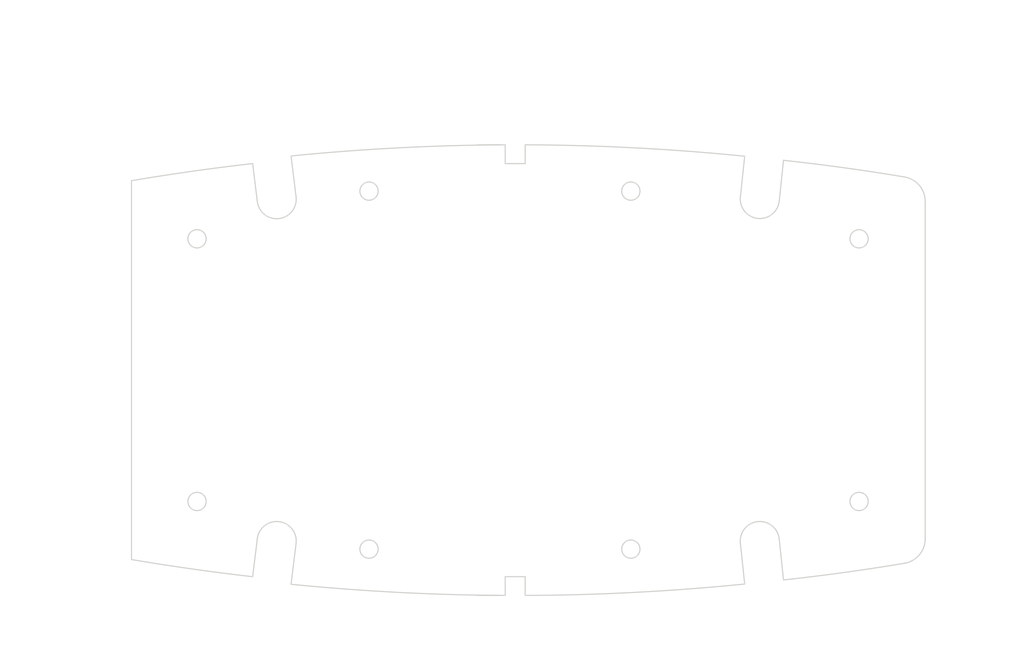
<source format=kicad_pcb>
(kicad_pcb (version 20171130) (host pcbnew "(5.1.0)-1")

  (general
    (thickness 1.6)
    (drawings 180)
    (tracks 0)
    (zones 0)
    (modules 0)
    (nets 1)
  )

  (page A4)
  (layers
    (0 F.Cu signal)
    (31 B.Cu signal)
    (32 B.Adhes user)
    (33 F.Adhes user)
    (34 B.Paste user)
    (35 F.Paste user)
    (36 B.SilkS user)
    (37 F.SilkS user)
    (38 B.Mask user)
    (39 F.Mask user)
    (40 Dwgs.User user)
    (41 Cmts.User user)
    (42 Eco1.User user)
    (43 Eco2.User user)
    (44 Edge.Cuts user)
    (45 Margin user)
    (46 B.CrtYd user)
    (47 F.CrtYd user)
    (48 B.Fab user)
    (49 F.Fab user)
  )

  (setup
    (last_trace_width 0.25)
    (trace_clearance 0.2)
    (zone_clearance 0.508)
    (zone_45_only no)
    (trace_min 0.2)
    (via_size 0.8)
    (via_drill 0.4)
    (via_min_size 0.4)
    (via_min_drill 0.3)
    (uvia_size 0.3)
    (uvia_drill 0.1)
    (uvias_allowed no)
    (uvia_min_size 0.2)
    (uvia_min_drill 0.1)
    (edge_width 0.05)
    (segment_width 0.2)
    (pcb_text_width 0.3)
    (pcb_text_size 1.5 1.5)
    (mod_edge_width 0.12)
    (mod_text_size 1 1)
    (mod_text_width 0.15)
    (pad_size 1.524 1.524)
    (pad_drill 0.762)
    (pad_to_mask_clearance 0.051)
    (solder_mask_min_width 0.25)
    (aux_axis_origin 0 0)
    (visible_elements 7FFFEFFF)
    (pcbplotparams
      (layerselection 0x010fc_ffffffff)
      (usegerberextensions false)
      (usegerberattributes false)
      (usegerberadvancedattributes false)
      (creategerberjobfile false)
      (excludeedgelayer true)
      (linewidth 0.152400)
      (plotframeref false)
      (viasonmask false)
      (mode 1)
      (useauxorigin false)
      (hpglpennumber 1)
      (hpglpenspeed 20)
      (hpglpendiameter 15.000000)
      (psnegative false)
      (psa4output false)
      (plotreference true)
      (plotvalue true)
      (plotinvisibletext false)
      (padsonsilk false)
      (subtractmaskfromsilk false)
      (outputformat 1)
      (mirror false)
      (drillshape 1)
      (scaleselection 1)
      (outputdirectory ""))
  )

  (net 0 "")

  (net_class Default "This is the default net class."
    (clearance 0.2)
    (trace_width 0.25)
    (via_dia 0.8)
    (via_drill 0.4)
    (uvia_dia 0.3)
    (uvia_drill 0.1)
  )

  (gr_circle (center 119.909489 65.073296) (end 121.509489 65.073296) (layer Edge.Cuts) (width 0.2))
  (gr_circle (center 205.801476 73.429796) (end 207.401476 73.429796) (layer Edge.Cuts) (width 0.2))
  (gr_circle (center 165.801476 65.073296) (end 167.401476 65.073296) (layer Edge.Cuts) (width 0.2))
  (gr_circle (center 89.766489 73.429796) (end 91.366489 73.429796) (layer Edge.Cuts) (width 0.2))
  (gr_arc (start 145.772992 456.953651) (end 185.752477 58.956616) (angle -5.520354023) (layer Edge.Cuts) (width 0.2))
  (gr_line (start 184.999872 66.117173) (end 185.752477 58.956616) (layer Edge.Cuts) (width 0.2))
  (gr_arc (start 188.402581 66.474813) (end 184.999872 66.117173) (angle -180) (layer Edge.Cuts) (width 0.2))
  (gr_line (start 192.557896 59.671894) (end 191.805291 66.832452) (layer Edge.Cuts) (width 0.2))
  (gr_arc (start 152.625296 427.510699) (end 213.77951 62.59953) (angle -3.317827884) (layer Edge.Cuts) (width 0.2))
  (gr_arc (start 213.064601 66.865437) (end 217.389997 66.865437) (angle -80.48640307) (layer Edge.Cuts) (width 0.2))
  (gr_line (start 217.389997 126.029395) (end 217.389997 66.865437) (layer Edge.Cuts) (width 0.2))
  (gr_line (start 78.279997 63.247416) (end 78.279997 129.647416) (layer Edge.Cuts) (width 0.2))
  (gr_arc (start 144.938051 457.654189) (end 99.514147 60.241723) (angle -3.07225585) (layer Edge.Cuts) (width 0.2))
  (gr_line (start 100.330672 66.891783) (end 99.514147 60.241723) (layer Edge.Cuts) (width 0.2))
  (gr_arc (start 103.726621 66.474813) (end 100.330672 66.891783) (angle -180) (layer Edge.Cuts) (width 0.2))
  (gr_line (start 106.245111 58.91151) (end 107.12257 66.057842) (layer Edge.Cuts) (width 0.2))
  (gr_arc (start 145.772992 456.953651) (end 143.779997 56.958617) (angle -5.385731129) (layer Edge.Cuts) (width 0.2))
  (gr_line (start 147.279997 56.956491) (end 147.279997 60.247416) (layer Edge.Cuts) (width 0.2))
  (gr_line (start 143.779997 60.247416) (end 143.779997 56.958617) (layer Edge.Cuts) (width 0.2))
  (gr_line (start 147.279997 60.247416) (end 143.779997 60.247416) (layer Edge.Cuts) (width 0.2))
  (gr_line (start 184.999872 126.777658) (end 185.752477 133.938216) (layer Edge.Cuts) (width 0.2))
  (gr_arc (start 188.402581 126.420019) (end 191.805291 126.06238) (angle -180) (layer Edge.Cuts) (width 0.2))
  (gr_line (start 192.557896 133.222938) (end 191.805291 126.06238) (layer Edge.Cuts) (width 0.2))
  (gr_arc (start 152.625296 -234.615869) (end 192.557896 133.222938) (angle -3.317827884) (layer Edge.Cuts) (width 0.2))
  (gr_arc (start 213.064601 126.029395) (end 213.77951 130.295302) (angle -80.48640307) (layer Edge.Cuts) (width 0.2))
  (gr_arc (start 144.938051 -264.759359) (end 78.279997 129.647416) (angle -3.07225585) (layer Edge.Cuts) (width 0.2))
  (gr_line (start 100.330672 126.003049) (end 99.514147 132.653108) (layer Edge.Cuts) (width 0.2))
  (gr_arc (start 103.726621 126.420019) (end 107.12257 126.836989) (angle -180) (layer Edge.Cuts) (width 0.2))
  (gr_line (start 106.245111 133.983322) (end 107.12257 126.836989) (layer Edge.Cuts) (width 0.2))
  (gr_arc (start 145.772992 -264.05882) (end 147.279997 135.938341) (angle -5.520354023) (layer Edge.Cuts) (width 0.2))
  (gr_circle (center 89.766489 119.465036) (end 91.366489 119.465036) (layer Edge.Cuts) (width 0.2))
  (gr_circle (center 165.801476 127.821536) (end 167.401476 127.821536) (layer Edge.Cuts) (width 0.2))
  (gr_circle (center 205.801476 119.465036) (end 207.401476 119.465036) (layer Edge.Cuts) (width 0.2))
  (gr_circle (center 119.909489 127.821536) (end 121.509489 127.821536) (layer Edge.Cuts) (width 0.2))
  (gr_arc (start 145.772992 -264.05882) (end 106.245111 133.983322) (angle -5.385731129) (layer Edge.Cuts) (width 0.2))
  (gr_line (start 147.279997 135.938341) (end 147.279997 132.647416) (layer Edge.Cuts) (width 0.2))
  (gr_line (start 143.779997 132.647416) (end 143.779997 135.936215) (layer Edge.Cuts) (width 0.2))
  (gr_line (start 147.279997 132.647416) (end 143.779997 132.647416) (layer Edge.Cuts) (width 0.2))
  (gr_line (start 142.946664 135.936215) (end 138.910765 135.936215) (layer Edge.Cuts) (width 0.2))
  (gr_line (start 142.946664 56.958617) (end 138.910765 56.958617) (layer Edge.Cuts) (width 0.2))
  (gr_line (start 89.766489 71.413129) (end 89.766489 75.446462) (layer Dwgs.User) (width 0.2))
  (gr_line (start 91.783155 73.429796) (end 87.749822 73.429796) (layer Dwgs.User) (width 0.2))
  (gr_line (start 119.909489 63.056629) (end 119.909489 67.089962) (layer Dwgs.User) (width 0.2))
  (gr_line (start 121.926155 65.073296) (end 117.892822 65.073296) (layer Dwgs.User) (width 0.2))
  (gr_line (start 165.801476 63.056629) (end 165.801476 67.089962) (layer Dwgs.User) (width 0.2))
  (gr_line (start 167.818143 65.073296) (end 163.78481 65.073296) (layer Dwgs.User) (width 0.2))
  (gr_line (start 205.801476 71.413129) (end 205.801476 75.446462) (layer Dwgs.User) (width 0.2))
  (gr_line (start 207.818143 73.429796) (end 203.78481 73.429796) (layer Dwgs.User) (width 0.2))
  (gr_line (start 205.801476 117.448369) (end 205.801476 121.481703) (layer Dwgs.User) (width 0.2))
  (gr_line (start 207.818143 119.465036) (end 203.78481 119.465036) (layer Dwgs.User) (width 0.2))
  (gr_line (start 165.801476 125.804869) (end 165.801476 129.838203) (layer Dwgs.User) (width 0.2))
  (gr_line (start 167.818143 127.821536) (end 163.78481 127.821536) (layer Dwgs.User) (width 0.2))
  (gr_line (start 119.909489 125.804869) (end 119.909489 129.838203) (layer Dwgs.User) (width 0.2))
  (gr_line (start 121.926155 127.821536) (end 117.892822 127.821536) (layer Dwgs.User) (width 0.2))
  (gr_line (start 89.766489 117.448369) (end 89.766489 121.481703) (layer Dwgs.User) (width 0.2))
  (gr_line (start 91.783155 119.465036) (end 87.749822 119.465036) (layer Dwgs.User) (width 0.2))
  (gr_text [.27] (at 113.883512 74.333621) (layer Dwgs.User)
    (effects (font (size 1.666666 1.499999) (thickness 0.208333)))
  )
  (gr_text " 6.84" (at 113.883512 71.081233) (layer Dwgs.User)
    (effects (font (size 1.666666 1.499999) (thickness 0.208333)))
  )
  (gr_line (start 107.96667 72.932486) (end 110.683875 72.598855) (layer Dwgs.User) (width 0.2))
  (gr_line (start 102.829016 73.563311) (end 106.312427 73.135601) (layer Dwgs.User) (width 0.2))
  (gr_line (start 100.43223 67.718904) (end 101.497218 76.392538) (layer Dwgs.User) (width 0.2))
  (gr_line (start 107.224128 66.884964) (end 108.289116 75.558598) (layer Dwgs.User) (width 0.2))
  (gr_text [.14] (at 153.813535 54.90084) (layer Dwgs.User)
    (effects (font (size 1.666666 1.499999) (thickness 0.208333)))
  )
  (gr_text " 3.50" (at 153.813535 51.647884) (layer Dwgs.User)
    (effects (font (size 1.666666 1.499999) (thickness 0.208333)))
  )
  (gr_line (start 148.946664 53.166074) (end 150.613331 53.166074) (layer Dwgs.User) (width 0.2))
  (gr_line (start 142.113331 53.166074) (end 140.446664 53.166074) (layer Dwgs.User) (width 0.2))
  (gr_line (start 147.279997 56.123157) (end 147.279997 50.520241) (layer Dwgs.User) (width 0.2))
  (gr_line (start 143.779997 56.125284) (end 143.779997 50.520241) (layer Dwgs.User) (width 0.2))
  (gr_text [2.47] (at 126.668156 98.182182) (layer Dwgs.User)
    (effects (font (size 1.666666 1.499999) (thickness 0.208333)))
  )
  (gr_text " 62.75" (at 126.668156 94.929794) (layer Dwgs.User)
    (effects (font (size 1.666666 1.499999) (thickness 0.208333)))
  )
  (gr_line (start 126.668156 126.154869) (end 126.668156 99.699803) (layer Dwgs.User) (width 0.2))
  (gr_line (start 126.668156 66.739962) (end 126.668156 93.195028) (layer Dwgs.User) (width 0.2))
  (gr_line (start 120.742822 127.821536) (end 129.313989 127.821536) (layer Dwgs.User) (width 0.2))
  (gr_line (start 120.742822 65.073296) (end 129.313989 65.073296) (layer Dwgs.User) (width 0.2))
  (gr_text [2.09] (at 174.357692 98.17281) (layer Dwgs.User)
    (effects (font (size 1.666666 1.499999) (thickness 0.208333)))
  )
  (gr_text " 53.12" (at 174.357692 94.919854) (layer Dwgs.User)
    (effects (font (size 1.666666 1.499999) (thickness 0.208333)))
  )
  (gr_line (start 174.357692 121.3319) (end 174.357692 99.691) (layer Dwgs.User) (width 0.2))
  (gr_line (start 174.357692 71.544188) (end 174.357692 93.185088) (layer Dwgs.User) (width 0.2))
  (gr_line (start 187.569248 122.998567) (end 171.711859 122.998567) (layer Dwgs.User) (width 0.2))
  (gr_line (start 187.211609 69.877522) (end 171.711859 69.877522) (layer Dwgs.User) (width 0.2))
  (gr_text [.45] (at 71.911666 143.370394) (layer Dwgs.User)
    (effects (font (size 1.666666 1.499999) (thickness 0.208333)))
  )
  (gr_text " 11.49" (at 71.911666 140.121417) (layer Dwgs.User)
    (effects (font (size 1.666666 1.499999) (thickness 0.208333)))
  )
  (gr_line (start 78.279997 141.639039) (end 75.763872 141.639039) (layer Dwgs.User) (width 0.2))
  (gr_line (start 88.099822 141.639039) (end 79.946664 141.639039) (layer Dwgs.User) (width 0.2))
  (gr_line (start 89.766489 120.298369) (end 89.766489 144.284872) (layer Dwgs.User) (width 0.2))
  (gr_line (start 78.279997 130.480749) (end 78.279997 144.284872) (layer Dwgs.User) (width 0.2))
  (gr_text [1.00] (at 91.003309 47.2522) (layer Dwgs.User)
    (effects (font (size 1.666666 1.499999) (thickness 0.208333)))
  )
  (gr_text " 25.45" (at 91.003309 43.999813) (layer Dwgs.User)
    (effects (font (size 1.666666 1.499999) (thickness 0.208333)))
  )
  (gr_line (start 79.946664 45.517435) (end 87.146556 45.517435) (layer Dwgs.User) (width 0.2))
  (gr_line (start 102.059954 45.517435) (end 94.860062 45.517435) (layer Dwgs.User) (width 0.2))
  (gr_line (start 78.279997 62.414083) (end 78.279997 42.871601) (layer Dwgs.User) (width 0.2))
  (gr_line (start 103.726621 65.641479) (end 103.726621 42.871601) (layer Dwgs.User) (width 0.2))
  (gr_text [3.33] (at 146.064601 47.2522) (layer Dwgs.User)
    (effects (font (size 1.666666 1.499999) (thickness 0.208333)))
  )
  (gr_text " 84.68" (at 146.064601 43.999813) (layer Dwgs.User)
    (effects (font (size 1.666666 1.499999) (thickness 0.208333)))
  )
  (gr_line (start 186.735915 45.517435) (end 149.916807 45.517435) (layer Dwgs.User) (width 0.2))
  (gr_line (start 105.393288 45.517435) (end 142.212396 45.517435) (layer Dwgs.User) (width 0.2))
  (gr_line (start 188.402581 65.641479) (end 188.402581 42.871601) (layer Dwgs.User) (width 0.2))
  (gr_line (start 103.726621 65.641479) (end 103.726621 42.871601) (layer Dwgs.User) (width 0.2))
  (gr_text [2.85] (at 150.366923 98.182182) (layer Dwgs.User)
    (effects (font (size 1.666666 1.499999) (thickness 0.208333)))
  )
  (gr_text " 72.40" (at 150.366923 94.929794) (layer Dwgs.User)
    (effects (font (size 1.666666 1.499999) (thickness 0.208333)))
  )
  (gr_line (start 150.366923 130.980749) (end 150.366923 99.699803) (layer Dwgs.User) (width 0.2))
  (gr_line (start 150.366923 61.914083) (end 150.366923 93.195028) (layer Dwgs.User) (width 0.2))
  (gr_line (start 148.113331 132.647416) (end 153.012756 132.647416) (layer Dwgs.User) (width 0.2))
  (gr_line (start 148.113331 60.247416) (end 153.012756 60.247416) (layer Dwgs.User) (width 0.2))
  (gr_text [2.36] (at 64.466254 96.055731) (layer Dwgs.User)
    (effects (font (size 1.666666 1.499999) (thickness 0.208333)))
  )
  (gr_text " 59.95" (at 64.466254 92.803344) (layer Dwgs.User)
    (effects (font (size 1.666666 1.499999) (thickness 0.208333)))
  )
  (gr_line (start 64.466254 124.753353) (end 64.466254 97.573353) (layer Dwgs.User) (width 0.2))
  (gr_line (start 64.466254 68.141479) (end 64.466254 91.068578) (layer Dwgs.User) (width 0.2))
  (gr_line (start 102.893288 126.420019) (end 61.820421 126.420019) (layer Dwgs.User) (width 0.2))
  (gr_line (start 102.893288 66.474813) (end 61.820421 66.474813) (layer Dwgs.User) (width 0.2))
  (gr_text [3.11] (at 141.556598 98.182182) (layer Dwgs.User)
    (effects (font (size 1.666666 1.499999) (thickness 0.208333)))
  )
  (gr_text " 78.98" (at 141.556598 94.929794) (layer Dwgs.User)
    (effects (font (size 1.666666 1.499999) (thickness 0.208333)))
  )
  (gr_line (start 141.556598 134.269548) (end 141.556598 99.699803) (layer Dwgs.User) (width 0.2))
  (gr_line (start 141.556598 58.625284) (end 141.556598 93.195028) (layer Dwgs.User) (width 0.2))
  (gr_line (start 142.946664 135.936215) (end 138.910765 135.936215) (layer Dwgs.User) (width 0.2))
  (gr_line (start 142.946664 56.958617) (end 138.910765 56.958617) (layer Dwgs.User) (width 0.2))
  (gr_text [.45] (at 71.911666 55.677903) (layer Dwgs.User)
    (effects (font (size 1.666666 1.499999) (thickness 0.208333)))
  )
  (gr_text " 11.49" (at 71.911666 52.428926) (layer Dwgs.User)
    (effects (font (size 1.666666 1.499999) (thickness 0.208333)))
  )
  (gr_line (start 78.279997 53.946548) (end 75.763872 53.946548) (layer Dwgs.User) (width 0.2))
  (gr_line (start 88.099822 53.946548) (end 79.946664 53.946548) (layer Dwgs.User) (width 0.2))
  (gr_line (start 89.766489 72.596462) (end 89.766489 51.300714) (layer Dwgs.User) (width 0.2))
  (gr_line (start 78.279997 62.414083) (end 78.279997 51.300714) (layer Dwgs.User) (width 0.2))
  (gr_text [2.61] (at 59.180059 86.144116) (layer Dwgs.User)
    (effects (font (size 1.666666 1.499999) (thickness 0.208333)))
  )
  (gr_text " 66.40" (at 59.180059 82.891728) (layer Dwgs.User)
    (effects (font (size 1.666666 1.499999) (thickness 0.208333)))
  )
  (gr_line (start 59.180059 64.914083) (end 59.180059 81.156962) (layer Dwgs.User) (width 0.2))
  (gr_line (start 59.180059 127.980749) (end 59.180059 87.661737) (layer Dwgs.User) (width 0.2))
  (gr_line (start 77.446664 63.247416) (end 56.534226 63.247416) (layer Dwgs.User) (width 0.2))
  (gr_line (start 77.446664 129.647416) (end 56.534226 129.647416) (layer Dwgs.User) (width 0.2))
  (gr_text [1.81] (at 70.192966 87.685923) (layer Dwgs.User)
    (effects (font (size 1.666666 1.499999) (thickness 0.208333)))
  )
  (gr_text " 46.04" (at 70.192966 84.433535) (layer Dwgs.User)
    (effects (font (size 1.666666 1.499999) (thickness 0.208333)))
  )
  (gr_line (start 70.192966 117.798369) (end 70.192966 89.203544) (layer Dwgs.User) (width 0.2))
  (gr_line (start 70.192966 75.096462) (end 70.192966 82.698769) (layer Dwgs.User) (width 0.2))
  (gr_line (start 88.933155 119.465036) (end 67.547132 119.465036) (layer Dwgs.User) (width 0.2))
  (gr_line (start 88.933155 73.429796) (end 67.547132 73.429796) (layer Dwgs.User) (width 0.2))
  (gr_text [1.19] (at 104.837989 145.029314) (layer Dwgs.User)
    (effects (font (size 1.666666 1.499999) (thickness 0.208333)))
  )
  (gr_text " 30.14" (at 104.837989 141.776359) (layer Dwgs.User)
    (effects (font (size 1.666666 1.499999) (thickness 0.208333)))
  )
  (gr_line (start 118.242822 143.294549) (end 108.685078 143.294549) (layer Dwgs.User) (width 0.2))
  (gr_line (start 91.433155 143.294549) (end 100.990899 143.294549) (layer Dwgs.User) (width 0.2))
  (gr_line (start 119.909489 128.654869) (end 119.909489 145.940382) (layer Dwgs.User) (width 0.2))
  (gr_line (start 89.766489 120.298369) (end 89.766489 145.940382) (layer Dwgs.User) (width 0.2))
  (gr_text [1.81] (at 142.855483 145.029314) (layer Dwgs.User)
    (effects (font (size 1.666666 1.499999) (thickness 0.208333)))
  )
  (gr_text " 45.89" (at 142.855483 141.776927) (layer Dwgs.User)
    (effects (font (size 1.666666 1.499999) (thickness 0.208333)))
  )
  (gr_line (start 164.13481 143.294549) (end 146.707688 143.294549) (layer Dwgs.User) (width 0.2))
  (gr_line (start 121.576155 143.294549) (end 139.003277 143.294549) (layer Dwgs.User) (width 0.2))
  (gr_line (start 165.801476 128.654869) (end 165.801476 145.940382) (layer Dwgs.User) (width 0.2))
  (gr_line (start 119.909489 128.654869) (end 119.909489 145.940382) (layer Dwgs.User) (width 0.2))
  (gr_text [1.57] (at 185.801476 145.029314) (layer Dwgs.User)
    (effects (font (size 1.666666 1.499999) (thickness 0.208333)))
  )
  (gr_text " 40.00" (at 185.801476 141.776927) (layer Dwgs.User)
    (effects (font (size 1.666666 1.499999) (thickness 0.208333)))
  )
  (gr_line (start 204.13481 143.294549) (end 189.649134 143.294549) (layer Dwgs.User) (width 0.2))
  (gr_line (start 167.468143 143.294549) (end 181.953818 143.294549) (layer Dwgs.User) (width 0.2))
  (gr_line (start 205.801476 120.298369) (end 205.801476 145.940382) (layer Dwgs.User) (width 0.2))
  (gr_line (start 165.801476 128.654869) (end 165.801476 145.940382) (layer Dwgs.User) (width 0.2))
  (gr_text [2.67] (at 230.780003 89.219446) (layer Dwgs.User)
    (effects (font (size 1.666666 1.499999) (thickness 0.208333)))
  )
  (gr_text " 67.70" (at 230.780003 85.967059) (layer Dwgs.User)
    (effects (font (size 1.666666 1.499999) (thickness 0.208333)))
  )
  (gr_line (start 230.780003 128.628635) (end 230.780003 90.737068) (layer Dwgs.User) (width 0.2))
  (gr_line (start 230.780003 64.266197) (end 230.780003 84.232293) (layer Dwgs.User) (width 0.2))
  (gr_line (start 214.612843 130.295302) (end 233.425837 130.295302) (layer Dwgs.User) (width 0.2))
  (gr_line (start 214.612843 62.59953) (end 233.425837 62.59953) (layer Dwgs.User) (width 0.2))
  (gr_text [R0.13] (at 195.665616 84.014645) (layer Dwgs.User)
    (effects (font (size 1.666666 1.499999) (thickness 0.208333)))
  )
  (gr_text " R3.42" (at 195.665616 80.761689) (layer Dwgs.User)
    (effects (font (size 1.666666 1.499999) (thickness 0.208333)))
  )
  (gr_line (start 189.733487 82.279879) (end 188.829528 71.544987) (layer Dwgs.User) (width 0.2))
  (gr_line (start 191.400154 82.279879) (end 189.733487 82.279879) (layer Dwgs.User) (width 0.2))
  (gr_line (start 205.801476 73.504796) (end 205.801476 73.354796) (layer Dwgs.User) (width 0.2))
  (gr_line (start 205.726476 73.429796) (end 205.876476 73.429796) (layer Dwgs.User) (width 0.2))
  (gr_text [2.47] (at 222.152731 98.182182) (layer Dwgs.User)
    (effects (font (size 1.666666 1.499999) (thickness 0.208333)))
  )
  (gr_text " 62.75" (at 222.152731 94.929794) (layer Dwgs.User)
    (effects (font (size 1.666666 1.499999) (thickness 0.208333)))
  )
  (gr_line (start 222.152731 126.154869) (end 222.152731 99.699803) (layer Dwgs.User) (width 0.2))
  (gr_line (start 222.152731 66.739962) (end 222.152731 93.195028) (layer Dwgs.User) (width 0.2))
  (gr_line (start 166.63481 127.821536) (end 224.798564 127.821536) (layer Dwgs.User) (width 0.2))
  (gr_line (start 166.63481 65.073296) (end 224.798564 65.073296) (layer Dwgs.User) (width 0.2))
  (gr_text [5.48] (at 144.668968 36.169477) (layer Dwgs.User)
    (effects (font (size 1.666666 1.499999) (thickness 0.208333)))
  )
  (gr_text " 139.11" (at 144.668968 32.916521) (layer Dwgs.User)
    (effects (font (size 1.666666 1.499999) (thickness 0.208333)))
  )
  (gr_line (start 215.723331 34.434712) (end 149.006053 34.434712) (layer Dwgs.User) (width 0.2))
  (gr_line (start 79.946664 34.434712) (end 140.331883 34.434712) (layer Dwgs.User) (width 0.2))
  (gr_line (start 217.389997 66.032103) (end 217.389997 31.788878) (layer Dwgs.User) (width 0.2))
  (gr_line (start 78.279997 62.414083) (end 78.279997 31.788878) (layer Dwgs.User) (width 0.2))
  (gr_text [R0.17] (at 226.995104 140.401074) (layer Dwgs.User)
    (effects (font (size 1.666666 1.499999) (thickness 0.208333)))
  )
  (gr_text " R4.33" (at 226.995104 137.148118) (layer Dwgs.User)
    (effects (font (size 1.666666 1.499999) (thickness 0.208333)))
  )
  (gr_line (start 221.062976 138.666308) (end 216.269236 131.09251) (layer Dwgs.User) (width 0.2))
  (gr_line (start 222.729643 138.666308) (end 221.062976 138.666308) (layer Dwgs.User) (width 0.2))

)

</source>
